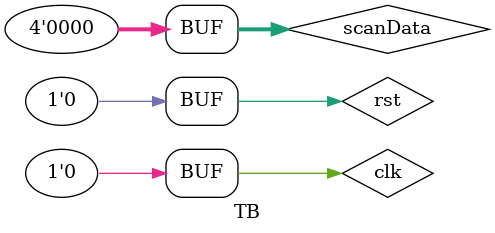
<source format=v>
`timescale 1ns / 1ps


module TB;

	// Inputs
	reg [3:0] scanData;
	reg clk;
	reg rst;

	// Outputs
	wire [7:0] out;
	wire [3:0] motorControl;
	wire [2:0] columnSel;

	// Instantiate the Unit Under Test (UUT)
	DoorLock uut (
		.out(out), 
		.motorControl(motorControl), 
		.columnSel(columnSel), 
		.scanData(scanData), 
		.clk(clk), 
		.rst(rst)
	);

	initial begin
		// Initialize Inputs
		scanData = 0;
		clk = 0;
		rst = 0;

		// Wait 100 ns for global reset to finish
		#100;
        
		// Add stimulus here

	end
      
endmodule


</source>
